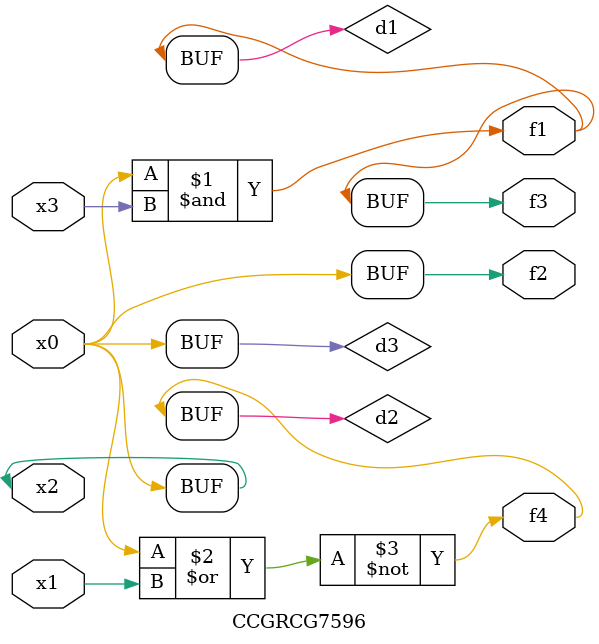
<source format=v>
module CCGRCG7596(
	input x0, x1, x2, x3,
	output f1, f2, f3, f4
);

	wire d1, d2, d3;

	and (d1, x2, x3);
	nor (d2, x0, x1);
	buf (d3, x0, x2);
	assign f1 = d1;
	assign f2 = d3;
	assign f3 = d1;
	assign f4 = d2;
endmodule

</source>
